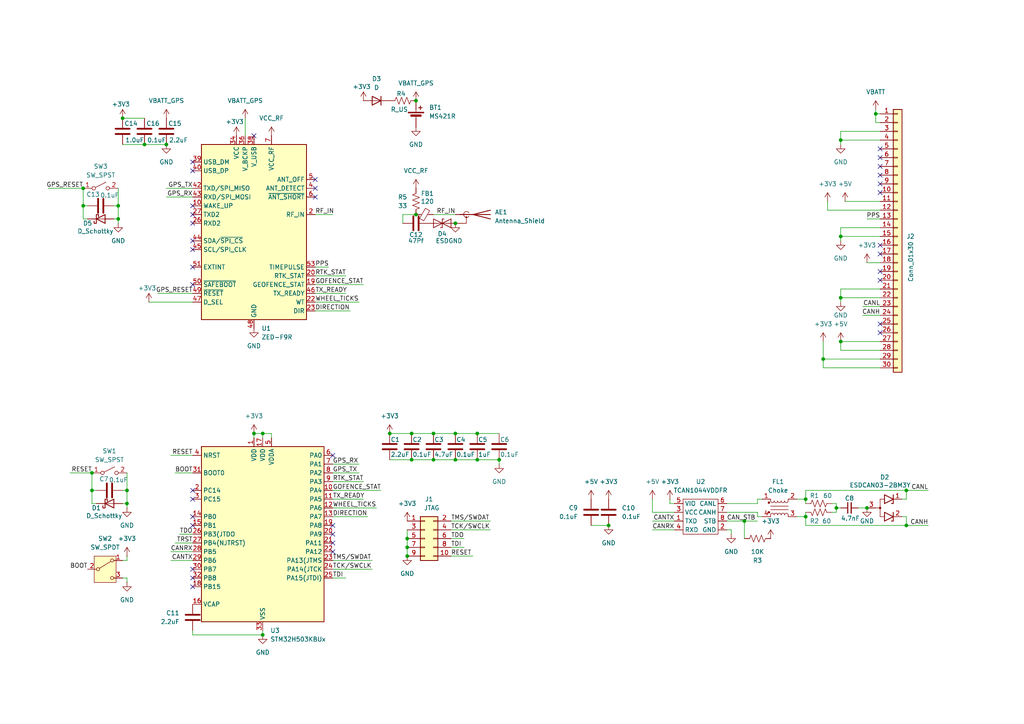
<source format=kicad_sch>
(kicad_sch (version 20231120) (generator "eeschema") (generator_version "8.0")
  (paper "A4")
  (title_block (title "Blaze GPS") (date "2024-09-23") (rev "1") (company "UCSC Rocket Team") (comment 1 "Designed by Julian Barbera"))
  (lib_symbols
    (symbol "Blaze_Lib:TCAN1044"
      (property "Reference" "U" (at 0 8.636 0))
      (property "Value" "TCAN1044VDDFR" (at -0.254 6.604 0))
      (symbol "TCAN1044_0_0"
        (pin output line (at -7.62 -1.27 0) (length 2.54) (name "TXD") (number "1"))
        (pin passive line (at 7.62 -3.81 180) (length 2.54) (name "GND") (number "2"))
        (pin power_in line (at -7.62 1.27 0) (length 2.54) (name "VCC") (number "3"))
        (pin input line (at -7.62 -3.81 0) (length 2.54) (name "RXD") (number "4"))
        (pin power_in line (at -7.62 3.81 0) (length 2.54) (name "VIO") (number "5"))
        (pin bidirectional line (at 7.62 3.81 180) (length 2.54) (name "CANL") (number "6"))
        (pin bidirectional line (at 7.62 1.27 180) (length 2.54) (name "CANH") (number "7"))
        (pin input line (at 7.62 -1.27 180) (length 2.54) (name "STB") (number "8"))
      )
    )
    (symbol "Blaze_Lib:ZED-F9R"
      (property "Reference" "U" (at -13.97 26.67 0))
      (property "Value" "ZED-F9R" (at 11.43 26.67 0))
      (symbol "ZED-F9R_1_1"
        (pin passive line (at 0 -27.94 90) (length 2.54) hide (name "GND") (number "1"))
        (pin output line (at -17.78 7.62 0) (length 2.54) (name "WAKE_UP") (number "10"))
        (pin no_connect line (at -15.24 0 0) (length 2.54) hide (name "Reserved") (number "11"))
        (pin passive line (at 0 -27.94 90) (length 2.54) hide (name "GND") (number "12"))
        (pin no_connect line (at -15.24 -7.62 0) (length 2.54) hide (name "Reserved") (number "13"))
        (pin passive line (at 0 -27.94 90) (length 2.54) hide (name "GND") (number "14"))
        (pin no_connect line (at -15.24 -12.7 0) (length 2.54) hide (name "Reserved") (number "15"))
        (pin no_connect line (at -7.62 -25.4 90) (length 2.54) hide (name "Reserved") (number "16"))
        (pin no_connect line (at -5.08 -25.4 90) (length 2.54) hide (name "Reserved") (number "17"))
        (pin no_connect line (at -2.54 -25.4 90) (length 2.54) hide (name "Reserved") (number "18"))
        (pin output line (at 17.78 -15.24 180) (length 2.54) (name "GEOFENCE_STAT") (number "19"))
        (pin input line (at 17.78 5.08 180) (length 2.54) (name "RF_IN") (number "2"))
        (pin output line (at 17.78 -12.7 180) (length 2.54) (name "RTK_STAT") (number "20"))
        (pin no_connect line (at 2.54 -25.4 90) (length 2.54) hide (name "Reserved") (number "21"))
        (pin input line (at 17.78 -20.32 180) (length 2.54) (name "WT") (number "22"))
        (pin input line (at 17.78 -22.86 180) (length 2.54) (name "DIR") (number "23"))
        (pin no_connect line (at 15.24 -7.62 180) (length 2.54) hide (name "Reserved") (number "24"))
        (pin no_connect line (at 15.24 -5.08 180) (length 2.54) hide (name "Reserved") (number "25"))
        (pin input line (at -17.78 2.54 0) (length 2.54) (name "RXD2") (number "26"))
        (pin output line (at -17.78 5.08 0) (length 2.54) (name "TXD2") (number "27"))
        (pin no_connect line (at 15.24 -2.54 180) (length 2.54) hide (name "Reserved") (number "28"))
        (pin no_connect line (at 15.24 0 180) (length 2.54) hide (name "Reserved") (number "29"))
        (pin passive line (at 0 -27.94 90) (length 2.54) hide (name "GND") (number "3"))
        (pin no_connect line (at 15.24 2.54 180) (length 2.54) hide (name "Reserved") (number "30"))
        (pin no_connect line (at 15.24 7.62 180) (length 2.54) hide (name "Reserved") (number "31"))
        (pin passive line (at 0 -27.94 90) (length 2.54) hide (name "GND") (number "32"))
        (pin passive line (at -5.08 27.94 270) (length 2.54) hide (name "VCC") (number "33"))
        (pin power_in line (at -5.08 27.94 270) (length 2.54) (name "VCC") (number "34"))
        (pin no_connect line (at 15.24 17.78 180) (length 2.54) hide (name "Reserved") (number "35"))
        (pin power_in line (at -2.54 27.94 270) (length 2.54) (name "V_BCKP") (number "36"))
        (pin passive line (at 0 -27.94 90) (length 2.54) hide (name "GND") (number "37"))
        (pin power_in line (at 0 27.94 270) (length 2.54) (name "V_USB") (number "38"))
        (pin bidirectional line (at -17.78 20.32 0) (length 2.54) (name "USB_DM") (number "39"))
        (pin input line (at 17.78 12.7 180) (length 2.54) (name "ANT_DETECT") (number "4"))
        (pin bidirectional line (at -17.78 17.78 0) (length 2.54) (name "USB_DP") (number "40"))
        (pin passive line (at 0 -27.94 90) (length 2.54) hide (name "GND") (number "41"))
        (pin output line (at -17.78 12.7 0) (length 2.54) (name "TXD/SPI_MISO") (number "42"))
        (pin input line (at -17.78 10.16 0) (length 2.54) (name "RXD/SPI_MOSI") (number "43"))
        (pin bidirectional line (at -17.78 -2.54 0) (length 2.54) (name "SDA/~{SPI_CS}") (number "44"))
        (pin bidirectional line (at -17.78 -5.08 0) (length 2.54) (name "SCL/SPI_CLK") (number "45"))
        (pin output line (at 17.78 -17.78 180) (length 2.54) (name "TX_READY") (number "46"))
        (pin input line (at -17.78 -20.32 0) (length 2.54) (name "D_SEL") (number "47"))
        (pin power_in line (at 0 -27.94 90) (length 2.54) (name "GND") (number "48"))
        (pin input line (at -17.78 -17.78 0) (length 2.54) (name "~{RESET}") (number "49"))
        (pin output line (at 17.78 15.24 180) (length 2.54) (name "ANT_OFF") (number "5"))
        (pin input line (at -17.78 -15.24 0) (length 2.54) (name "~{SAFEBOOT}") (number "50"))
        (pin input line (at -17.78 -10.16 0) (length 2.54) (name "EXTINT") (number "51"))
        (pin no_connect line (at 15.24 20.32 180) (length 2.54) hide (name "Reserved") (number "52"))
        (pin output line (at 17.78 -10.16 180) (length 2.54) (name "TIMEPULSE") (number "53"))
        (pin no_connect line (at 15.24 22.86 180) (length 2.54) hide (name "Reserved") (number "54"))
        (pin passive line (at 0 -27.94 90) (length 2.54) hide (name "GND") (number "55"))
        (pin input line (at 17.78 10.16 180) (length 2.54) (name "~{ANT_SHORT}") (number "6"))
        (pin power_out line (at 5.08 27.94 270) (length 2.54) (name "VCC_RF") (number "7"))
        (pin no_connect line (at -15.24 22.86 0) (length 2.54) hide (name "Reserved") (number "8"))
        (pin no_connect line (at -15.24 15.24 0) (length 2.54) hide (name "Reserved") (number "9"))
      )
    )
    (symbol "Connector_Generic:Conn_01x30" (pin_names (offset 1.016) hide)
      (property "Reference" "J" (at 0 38.1 0))
      (property "Value" "Conn_01x30" (at 0 -40.64 0))
      (symbol "Conn_01x30_1_1"
        (pin passive line (at -5.08 35.56 0) (length 3.81) (name "Pin_1") (number "1"))
        (pin passive line (at -5.08 12.7 0) (length 3.81) (name "Pin_10") (number "10"))
        (pin passive line (at -5.08 10.16 0) (length 3.81) (name "Pin_11") (number "11"))
        (pin passive line (at -5.08 7.62 0) (length 3.81) (name "Pin_12") (number "12"))
        (pin passive line (at -5.08 5.08 0) (length 3.81) (name "Pin_13") (number "13"))
        (pin passive line (at -5.08 2.54 0) (length 3.81) (name "Pin_14") (number "14"))
        (pin passive line (at -5.08 0 0) (length 3.81) (name "Pin_15") (number "15"))
        (pin passive line (at -5.08 -2.54 0) (length 3.81) (name "Pin_16") (number "16"))
        (pin passive line (at -5.08 -5.08 0) (length 3.81) (name "Pin_17") (number "17"))
        (pin passive line (at -5.08 -7.62 0) (length 3.81) (name "Pin_18") (number "18"))
        (pin passive line (at -5.08 -10.16 0) (length 3.81) (name "Pin_19") (number "19"))
        (pin passive line (at -5.08 33.02 0) (length 3.81) (name "Pin_2") (number "2"))
        (pin passive line (at -5.08 -12.7 0) (length 3.81) (name "Pin_20") (number "20"))
        (pin passive line (at -5.08 -15.24 0) (length 3.81) (name "Pin_21") (number "21"))
        (pin passive line (at -5.08 -17.78 0) (length 3.81) (name "Pin_22") (number "22"))
        (pin passive line (at -5.08 -20.32 0) (length 3.81) (name "Pin_23") (number "23"))
        (pin passive line (at -5.08 -22.86 0) (length 3.81) (name "Pin_24") (number "24"))
        (pin passive line (at -5.08 -25.4 0) (length 3.81) (name "Pin_25") (number "25"))
        (pin passive line (at -5.08 -27.94 0) (length 3.81) (name "Pin_26") (number "26"))
        (pin passive line (at -5.08 -30.48 0) (length 3.81) (name "Pin_27") (number "27"))
        (pin passive line (at -5.08 -33.02 0) (length 3.81) (name "Pin_28") (number "28"))
        (pin passive line (at -5.08 -35.56 0) (length 3.81) (name "Pin_29") (number "29"))
        (pin passive line (at -5.08 30.48 0) (length 3.81) (name "Pin_3") (number "3"))
        (pin passive line (at -5.08 -38.1 0) (length 3.81) (name "Pin_30") (number "30"))
        (pin passive line (at -5.08 27.94 0) (length 3.81) (name "Pin_4") (number "4"))
        (pin passive line (at -5.08 25.4 0) (length 3.81) (name "Pin_5") (number "5"))
        (pin passive line (at -5.08 22.86 0) (length 3.81) (name "Pin_6") (number "6"))
        (pin passive line (at -5.08 20.32 0) (length 3.81) (name "Pin_7") (number "7"))
        (pin passive line (at -5.08 17.78 0) (length 3.81) (name "Pin_8") (number "8"))
        (pin passive line (at -5.08 15.24 0) (length 3.81) (name "Pin_9") (number "9"))
      )
    )
    (symbol "Connector_Generic:Conn_02x05_Odd_Even" (pin_names (offset 1.016) hide)
      (property "Reference" "J" (at 1.27 7.62 0))
      (property "Value" "Conn_02x05_Odd_Even" (at 1.27 -7.62 0))
      (symbol "Conn_02x05_Odd_Even_1_1"
        (pin passive line (at -5.08 5.08 0) (length 3.81) (name "Pin_1") (number "1"))
        (pin passive line (at 7.62 -5.08 180) (length 3.81) (name "Pin_10") (number "10"))
        (pin passive line (at 7.62 5.08 180) (length 3.81) (name "Pin_2") (number "2"))
        (pin passive line (at -5.08 2.54 0) (length 3.81) (name "Pin_3") (number "3"))
        (pin passive line (at 7.62 2.54 180) (length 3.81) (name "Pin_4") (number "4"))
        (pin passive line (at -5.08 0 0) (length 3.81) (name "Pin_5") (number "5"))
        (pin passive line (at 7.62 0 180) (length 3.81) (name "Pin_6") (number "6"))
        (pin passive line (at -5.08 -2.54 0) (length 3.81) (name "Pin_7") (number "7"))
        (pin passive line (at 7.62 -2.54 180) (length 3.81) (name "Pin_8") (number "8"))
        (pin passive line (at -5.08 -5.08 0) (length 3.81) (name "Pin_9") (number "9"))
      )
    )
    (symbol "Device:Antenna_Shield" (pin_numbers hide) (pin_names (offset 1.016) hide)
      (property "Reference" "AE" (at -1.905 4.445 0))
      (property "Value" "Antenna_Shield" (at -1.905 2.54 0))
      (symbol "Antenna_Shield_1_1"
        (pin input line (at 0 -5.08 90) (length 2.54) (name "A") (number "1"))
        (pin input line (at 2.54 -5.08 90) (length 2.54) (name "Shield") (number "2"))
      )
    )
    (symbol "Device:Battery_Cell" (pin_numbers hide) (pin_names (offset 0) hide)
      (property "Reference" "BT" (at 2.54 2.54 0))
      (property "Value" "Battery_Cell" (at 2.54 0 0))
      (symbol "Battery_Cell_1_1"
        (pin passive line (at 0 5.08 270) (length 2.54) (name "+") (number "1"))
        (pin passive line (at 0 -2.54 90) (length 2.54) (name "-") (number "2"))
      )
    )
    (symbol "Device:C" (pin_numbers hide) (pin_names (offset 0.254))
      (property "Reference" "C" (at 0.635 2.54 0))
      (property "Value" "C" (at 0.635 -2.54 0))
      (symbol "C_1_1"
        (pin passive line (at 0 3.81 270) (length 2.794) (name "~") (number "1"))
        (pin passive line (at 0 -3.81 90) (length 2.794) (name "~") (number "2"))
      )
    )
    (symbol "Device:C_Small" (pin_numbers hide) (pin_names (offset 0.254) hide)
      (property "Reference" "C" (at 0.254 1.778 0))
      (property "Value" "C_Small" (at 0.254 -2.032 0))
      (symbol "C_Small_1_1"
        (pin passive line (at 0 2.54 270) (length 2.032) (name "~") (number "1"))
        (pin passive line (at 0 -2.54 90) (length 2.032) (name "~") (number "2"))
      )
    )
    (symbol "Device:D" (pin_numbers hide) (pin_names (offset 1.016) hide)
      (property "Reference" "D" (at 0 2.54 0))
      (property "Value" "D" (at 0 -2.54 0))
      (symbol "D_1_1"
        (pin passive line (at -3.81 0 0) (length 2.54) (name "K") (number "1"))
        (pin passive line (at 3.81 0 180) (length 2.54) (name "A") (number "2"))
      )
    )
    (symbol "Device:D_Schottky" (pin_numbers hide) (pin_names (offset 1.016) hide)
      (property "Reference" "D" (at 0 2.54 0))
      (property "Value" "D_Schottky" (at 0 -2.54 0))
      (symbol "D_Schottky_1_1"
        (pin passive line (at -3.81 0 0) (length 2.54) (name "K") (number "1"))
        (pin passive line (at 3.81 0 180) (length 2.54) (name "A") (number "2"))
      )
    )
    (symbol "Device:FerriteBead_Small" (pin_numbers hide) (pin_names (offset 0))
      (property "Reference" "FB" (at 1.905 1.27 0))
      (property "Value" "FerriteBead_Small" (at 1.905 -1.27 0))
      (symbol "FerriteBead_Small_1_1"
        (pin passive line (at 0 2.54 270) (length 1.27) (name "~") (number "1"))
        (pin passive line (at 0 -2.54 90) (length 1.27) (name "~") (number "2"))
      )
    )
    (symbol "Device:R_US" (pin_numbers hide) (pin_names (offset 0))
      (property "Reference" "R" (at 2.54 0 90))
      (property "Value" "R_US" (at -2.54 0 90))
      (symbol "R_US_1_1"
        (pin passive line (at 0 3.81 270) (length 1.27) (name "~") (number "1"))
        (pin passive line (at 0 -3.81 90) (length 1.27) (name "~") (number "2"))
      )
    )
    (symbol "Diode:ESD9B3.3ST5G" (pin_numbers hide) (pin_names (offset 1.016) hide)
      (property "Reference" "D" (at 0 2.54 0))
      (property "Value" "ESD9B3.3ST5G" (at 0 -2.54 0))
      (symbol "ESD9B3.3ST5G_1_1"
        (pin passive line (at -3.81 0 0) (length 2.54) (name "A1") (number "1"))
        (pin passive line (at 3.81 0 180) (length 2.54) (name "A2") (number "2"))
      )
    )
    (symbol "Filter:Choke_Coilcraft_0603USB-142" (pin_names (offset 0.254) hide)
      (property "Reference" "FL" (at 0 4.445 0))
      (property "Value" "Choke_Coilcraft_0603USB-142" (at 0 -4.445 0))
      (symbol "Choke_Coilcraft_0603USB-142_1_1"
        (pin passive line (at -5.08 2.54 0) (length 2.54) (name "1") (number "1"))
        (pin passive line (at 5.08 2.54 180) (length 2.54) (name "2") (number "2"))
        (pin passive line (at 5.08 -2.54 180) (length 2.54) (name "3") (number "3"))
        (pin passive line (at -5.08 -2.54 0) (length 2.54) (name "4") (number "4"))
      )
    )
    (symbol "MCU_ST_STM32H5:STM32H503KBUx"
      (property "Reference" "U" (at -17.78 26.67 0))
      (property "Value" "STM32H503KBUx" (at 5.08 26.67 0))
      (symbol "STM32H503KBUx_1_1"
        (pin power_in line (at -2.54 27.94 270) (length 2.54) (name "VDD") (number "1"))
        (pin bidirectional line (at 20.32 12.7 180) (length 2.54) (name "PA4") (number "10"))
        (pin bidirectional line (at 20.32 10.16 180) (length 2.54) (name "PA5") (number "11"))
        (pin bidirectional line (at 20.32 7.62 180) (length 2.54) (name "PA6") (number "12"))
        (pin bidirectional line (at 20.32 5.08 180) (length 2.54) (name "PA7") (number "13"))
        (pin bidirectional line (at -20.32 5.08 0) (length 2.54) (name "PB0") (number "14"))
        (pin bidirectional line (at -20.32 2.54 0) (length 2.54) (name "PB1") (number "15"))
        (pin power_out line (at -20.32 -20.32 0) (length 2.54) (name "VCAP") (number "16"))
        (pin power_in line (at 0 27.94 270) (length 2.54) (name "VDD") (number "17"))
        (pin bidirectional line (at -20.32 -15.24 0) (length 2.54) (name "PB15") (number "18"))
        (pin bidirectional line (at 20.32 2.54 180) (length 2.54) (name "PA8") (number "19"))
        (pin bidirectional line (at -20.32 12.7 0) (length 2.54) (name "PC14") (number "2"))
        (pin bidirectional line (at 20.32 0 180) (length 2.54) (name "PA9") (number "20"))
        (pin bidirectional line (at 20.32 -2.54 180) (length 2.54) (name "PA11") (number "21"))
        (pin bidirectional line (at 20.32 -5.08 180) (length 2.54) (name "PA12") (number "22"))
        (pin bidirectional line (at 20.32 -7.62 180) (length 2.54) (name "PA13(JTMS") (number "23"))
        (pin bidirectional line (at 20.32 -10.16 180) (length 2.54) (name "PA14(JTCK") (number "24"))
        (pin bidirectional line (at 20.32 -12.7 180) (length 2.54) (name "PA15(JTDI)") (number "25"))
        (pin bidirectional line (at -20.32 0 0) (length 2.54) (name "PB3(JTDO") (number "26"))
        (pin bidirectional line (at -20.32 -2.54 0) (length 2.54) (name "PB4(NJTRST)") (number "27"))
        (pin bidirectional line (at -20.32 -5.08 0) (length 2.54) (name "PB5") (number "28"))
        (pin bidirectional line (at -20.32 -7.62 0) (length 2.54) (name "PB6") (number "29"))
        (pin bidirectional line (at -20.32 10.16 0) (length 2.54) (name "PC15") (number "3"))
        (pin bidirectional line (at -20.32 -10.16 0) (length 2.54) (name "PB7") (number "30"))
        (pin input line (at -20.32 17.78 0) (length 2.54) (name "BOOT0") (number "31"))
        (pin bidirectional line (at -20.32 -12.7 0) (length 2.54) (name "PB8") (number "32"))
        (pin power_in line (at 0 -27.94 90) (length 2.54) (name "VSS") (number "33"))
        (pin input line (at -20.32 22.86 0) (length 2.54) (name "NRST") (number "4"))
        (pin power_in line (at 2.54 27.94 270) (length 2.54) (name "VDDA") (number "5"))
        (pin bidirectional line (at 20.32 22.86 180) (length 2.54) (name "PA0") (number "6"))
        (pin bidirectional line (at 20.32 20.32 180) (length 2.54) (name "PA1") (number "7"))
        (pin bidirectional line (at 20.32 17.78 180) (length 2.54) (name "PA2") (number "8"))
        (pin bidirectional line (at 20.32 15.24 180) (length 2.54) (name "PA3") (number "9"))
      )
    )
    (symbol "Power_Protection:RCLAMP0582B" (pin_names hide)
      (property "Reference" "D" (at 0 5.08 0))
      (property "Value" "RCLAMP0582B" (at 0 -5.08 0))
      (symbol "RCLAMP0582B_0_1"
        (pin passive line (at -5.08 0 0) (length 2.54) (name "A") (number "3"))
      )
      (symbol "RCLAMP0582B_1_1"
        (pin passive line (at 5.08 2.54 180) (length 2.54) (name "K1") (number "1"))
        (pin passive line (at 5.08 -2.54 180) (length 2.54) (name "K2") (number "2"))
      )
    )
    (symbol "Switch:SW_SPDT" (pin_names (offset 0) hide)
      (property "Reference" "SW" (at 0 5.08 0))
      (property "Value" "SW_SPDT" (at 0 -5.08 0))
      (symbol "SW_SPDT_1_1"
        (pin passive line (at 5.08 2.54 180) (length 2.54) (name "A") (number "1"))
        (pin passive line (at -5.08 0 0) (length 2.54) (name "B") (number "2"))
        (pin passive line (at 5.08 -2.54 180) (length 2.54) (name "C") (number "3"))
      )
    )
    (symbol "Switch:SW_SPST" (pin_names (offset 0) hide)
      (property "Reference" "SW" (at 0 3.175 0))
      (property "Value" "SW_SPST" (at 0 -2.54 0))
      (symbol "SW_SPST_1_1"
        (pin passive line (at -5.08 0 0) (length 2.54) (name "A") (number "1"))
        (pin passive line (at 5.08 0 180) (length 2.54) (name "B") (number "2"))
      )
    )
    (symbol "power:+3V3" (power) (pin_numbers hide) (pin_names (offset 0) hide)
      (property "Value" "+3V3" (at 0 3.556 0))
      (symbol "+3V3_1_1"
        (pin power_in line (at 0 0 90) (length 0) (name "~") (number "1"))
      )
    )
    (symbol "power:+5V" (power) (pin_numbers hide) (pin_names (offset 0) hide)
      (property "Value" "+5V" (at 0 3.556 0))
      (symbol "+5V_1_1"
        (pin power_in line (at 0 0 90) (length 0) (name "~") (number "1"))
      )
    )
    (symbol "power:GND" (power) (pin_numbers hide) (pin_names (offset 0) hide)
      (property "Value" "GND" (at 0 -3.81 0))
      (symbol "GND_1_1"
        (pin power_in line (at 0 0 270) (length 0) (name "~") (number "1"))
      )
    )
    (symbol "power:VCC" (power) (pin_numbers hide) (pin_names (offset 0) hide)
      (property "Value" "VCC" (at 0 3.556 0))
      (symbol "VCC_1_1"
        (pin power_in line (at 0 0 90) (length 0) (name "~") (number "1"))
      )
    )
  )
  (junction (at 144.78 133.35))
  (junction (at 24.13 59.69))
  (junction (at 48.26 41.91))
  (junction (at 73.66 125.73))
  (junction (at 132.08 125.73))
  (junction (at 243.84 86.36))
  (junction (at 251.46 147.32))
  (junction (at 176.53 152.4))
  (junction (at 132.08 64.77))
  (junction (at 262.89 152.4))
  (junction (at 125.73 133.35))
  (junction (at 215.9 151.13))
  (junction (at 76.2 184.15))
  (junction (at 262.89 142.24))
  (junction (at 120.65 29.21))
  (junction (at 24.13 54.61))
  (junction (at 238.76 104.14))
  (junction (at 254 33.02))
  (junction (at 113.03 125.73))
  (junction (at 119.38 125.73))
  (junction (at 118.11 161.29))
  (junction (at 26.67 142.24))
  (junction (at 36.83 142.24))
  (junction (at 76.2 125.73))
  (junction (at 34.29 63.5))
  (junction (at 243.84 40.64))
  (junction (at 243.84 99.06))
  (junction (at 34.29 59.69))
  (junction (at 125.73 125.73))
  (junction (at 118.11 156.21))
  (junction (at 26.67 137.16))
  (junction (at 120.65 62.23))
  (junction (at 233.68 149.86))
  (junction (at 138.43 125.73))
  (junction (at 243.84 68.58))
  (junction (at 138.43 133.35))
  (junction (at 233.68 144.78))
  (junction (at 35.56 34.29))
  (junction (at 119.38 133.35))
  (junction (at 41.91 41.91))
  (junction (at 118.11 158.75))
  (junction (at 132.08 133.35))
  (junction (at 36.83 146.05))
  (junction (at 242.57 147.32))
  (no_connect (at 255.27 50.8))
  (no_connect (at 96.52 154.94))
  (no_connect (at 73.66 39.37))
  (no_connect (at 255.27 81.28))
  (no_connect (at 255.27 78.74))
  (no_connect (at 255.27 45.72))
  (no_connect (at 55.88 142.24))
  (no_connect (at 55.88 170.18))
  (no_connect (at 55.88 144.78))
  (no_connect (at 91.44 57.15))
  (no_connect (at 55.88 149.86))
  (no_connect (at 255.27 96.52))
  (no_connect (at 255.27 71.12))
  (no_connect (at 55.88 64.77))
  (no_connect (at 55.88 46.99))
  (no_connect (at 55.88 77.47))
  (no_connect (at 55.88 152.4))
  (no_connect (at 96.52 152.4))
  (no_connect (at 55.88 82.55))
  (no_connect (at 255.27 93.98))
  (no_connect (at 91.44 52.07))
  (no_connect (at 55.88 69.85))
  (no_connect (at 91.44 54.61))
  (no_connect (at 55.88 49.53))
  (no_connect (at 55.88 167.64))
  (no_connect (at 96.52 132.08))
  (no_connect (at 96.52 160.02))
  (no_connect (at 255.27 48.26))
  (no_connect (at 255.27 43.18))
  (no_connect (at 55.88 59.69))
  (no_connect (at 255.27 53.34))
  (no_connect (at 96.52 157.48))
  (no_connect (at 55.88 72.39))
  (no_connect (at 55.88 62.23))
  (no_connect (at 255.27 55.88))
  (no_connect (at 255.27 73.66))
  (no_connect (at 55.88 165.1))
  (wire (pts (xy 34.29 59.69) (xy 34.29 63.5)))
  (wire (pts (xy 243.84 66.04) (xy 243.84 68.58)))
  (wire (pts (xy 261.62 149.86) (xy 262.89 149.86)))
  (wire (pts (xy 243.84 99.06) (xy 243.84 101.6)))
  (wire (pts (xy 34.29 54.61) (xy 34.29 59.69)))
  (wire (pts (xy 219.71 148.59) (xy 219.71 149.86)))
  (wire (pts (xy 36.83 137.16) (xy 36.83 142.24)))
  (wire (pts (xy 91.44 87.63) (xy 104.14 87.63)))
  (wire (pts (xy 26.67 146.05) (xy 27.94 146.05)))
  (wire (pts (xy 91.44 80.01) (xy 100.33 80.01)))
  (wire (pts (xy 20.32 137.16) (xy 26.67 137.16)))
  (wire (pts (xy 73.66 125.73) (xy 73.66 127)))
  (wire (pts (xy 96.52 142.24) (xy 110.49 142.24)))
  (wire (pts (xy 238.76 106.68) (xy 255.27 106.68)))
  (wire (pts (xy 248.92 147.32) (xy 251.46 147.32)))
  (wire (pts (xy 49.53 162.56) (xy 55.88 162.56)))
  (wire (pts (xy 254 33.02) (xy 254 35.56)))
  (wire (pts (xy 238.76 104.14) (xy 255.27 104.14)))
  (wire (pts (xy 49.53 132.08) (xy 55.88 132.08)))
  (wire (pts (xy 243.84 101.6) (xy 255.27 101.6)))
  (wire (pts (xy 36.83 142.24) (xy 35.56 142.24)))
  (wire (pts (xy 91.44 82.55) (xy 105.41 82.55)))
  (wire (pts (xy 91.44 85.09) (xy 100.33 85.09)))
  (wire (pts (xy 118.11 153.67) (xy 118.11 156.21)))
  (wire (pts (xy 132.08 133.35) (xy 138.43 133.35)))
  (wire (pts (xy 119.38 133.35) (xy 125.73 133.35)))
  (wire (pts (xy 243.84 83.82) (xy 243.84 86.36)))
  (wire (pts (xy 55.88 184.15) (xy 76.2 184.15)))
  (wire (pts (xy 125.73 133.35) (xy 132.08 133.35)))
  (wire (pts (xy 241.3 146.05) (xy 242.57 146.05)))
  (wire (pts (xy 24.13 54.61) (xy 24.13 59.69)))
  (wire (pts (xy 243.84 41.91) (xy 243.84 40.64)))
  (wire (pts (xy 210.82 146.05) (xy 219.71 146.05)))
  (wire (pts (xy 130.81 158.75) (xy 134.62 158.75)))
  (wire (pts (xy 215.9 151.13) (xy 215.9 156.21)))
  (wire (pts (xy 250.19 91.44) (xy 255.27 91.44)))
  (wire (pts (xy 262.89 149.86) (xy 262.89 152.4)))
  (wire (pts (xy 194.31 146.05) (xy 195.58 146.05)))
  (wire (pts (xy 219.71 149.86) (xy 220.98 149.86)))
  (wire (pts (xy 212.09 153.67) (xy 210.82 153.67)))
  (wire (pts (xy 24.13 59.69) (xy 25.4 59.69)))
  (wire (pts (xy 242.57 148.59) (xy 242.57 147.32)))
  (wire (pts (xy 48.26 57.15) (xy 55.88 57.15)))
  (wire (pts (xy 243.84 99.06) (xy 255.27 99.06)))
  (wire (pts (xy 34.29 63.5) (xy 33.02 63.5)))
  (wire (pts (xy 241.3 148.59) (xy 242.57 148.59)))
  (wire (pts (xy 215.9 151.13) (xy 219.71 151.13)))
  (wire (pts (xy 243.84 66.04) (xy 255.27 66.04)))
  (wire (pts (xy 125.73 62.23) (xy 132.08 62.23)))
  (wire (pts (xy 55.88 182.88) (xy 55.88 184.15)))
  (wire (pts (xy 243.84 68.58) (xy 255.27 68.58)))
  (wire (pts (xy 34.29 63.5) (xy 34.29 64.77)))
  (wire (pts (xy 250.19 88.9) (xy 255.27 88.9)))
  (wire (pts (xy 210.82 151.13) (xy 215.9 151.13)))
  (wire (pts (xy 245.11 58.42) (xy 255.27 58.42)))
  (wire (pts (xy 119.38 125.73) (xy 125.73 125.73)))
  (wire (pts (xy 130.81 161.29) (xy 137.16 161.29)))
  (wire (pts (xy 36.83 167.64) (xy 36.83 168.91)))
  (wire (pts (xy 76.2 125.73) (xy 78.74 125.73)))
  (wire (pts (xy 132.08 125.73) (xy 138.43 125.73)))
  (wire (pts (xy 26.67 142.24) (xy 27.94 142.24)))
  (wire (pts (xy 144.78 133.35) (xy 138.43 133.35)))
  (wire (pts (xy 240.03 58.42) (xy 240.03 60.96)))
  (wire (pts (xy 233.68 149.86) (xy 233.68 148.59)))
  (wire (pts (xy 233.68 149.86) (xy 233.68 152.4)))
  (wire (pts (xy 36.83 146.05) (xy 35.56 146.05)))
  (wire (pts (xy 73.66 125.73) (xy 76.2 125.73)))
  (wire (pts (xy 238.76 104.14) (xy 238.76 106.68)))
  (wire (pts (xy 91.44 77.47) (xy 95.25 77.47)))
  (wire (pts (xy 52.07 154.94) (xy 55.88 154.94)))
  (wire (pts (xy 45.72 85.09) (xy 55.88 85.09)))
  (wire (pts (xy 251.46 76.2) (xy 255.27 76.2)))
  (wire (pts (xy 50.8 157.48) (xy 55.88 157.48)))
  (wire (pts (xy 36.83 142.24) (xy 36.83 146.05)))
  (wire (pts (xy 254 33.02) (xy 255.27 33.02)))
  (wire (pts (xy 254 35.56) (xy 255.27 35.56)))
  (wire (pts (xy 233.68 144.78) (xy 233.68 142.24)))
  (wire (pts (xy 49.53 160.02) (xy 55.88 160.02)))
  (wire (pts (xy 233.68 144.78) (xy 233.68 146.05)))
  (wire (pts (xy 50.8 137.16) (xy 55.88 137.16)))
  (wire (pts (xy 243.84 40.64) (xy 255.27 40.64)))
  (wire (pts (xy 76.2 184.15) (xy 76.2 182.88)))
  (wire (pts (xy 34.29 59.69) (xy 33.02 59.69)))
  (wire (pts (xy 41.91 41.91) (xy 48.26 41.91)))
  (wire (pts (xy 76.2 125.73) (xy 76.2 127)))
  (wire (pts (xy 26.67 137.16) (xy 26.67 142.24)))
  (wire (pts (xy 35.56 34.29) (xy 41.91 34.29)))
  (wire (pts (xy 48.26 54.61) (xy 55.88 54.61)))
  (wire (pts (xy 96.52 139.7) (xy 105.41 139.7)))
  (wire (pts (xy 24.13 63.5) (xy 25.4 63.5)))
  (wire (pts (xy 189.23 148.59) (xy 189.23 144.78)))
  (wire (pts (xy 118.11 158.75) (xy 118.11 161.29)))
  (wire (pts (xy 36.83 162.56) (xy 35.56 162.56)))
  (wire (pts (xy 219.71 144.78) (xy 220.98 144.78)))
  (wire (pts (xy 91.44 90.17) (xy 101.6 90.17)))
  (wire (pts (xy 78.74 125.73) (xy 78.74 127)))
  (wire (pts (xy 243.84 68.58) (xy 243.84 69.85)))
  (wire (pts (xy 243.84 86.36) (xy 255.27 86.36)))
  (wire (pts (xy 36.83 161.29) (xy 36.83 162.56)))
  (wire (pts (xy 113.03 125.73) (xy 119.38 125.73)))
  (wire (pts (xy 91.44 62.23) (xy 96.52 62.23)))
  (wire (pts (xy 144.78 134.62) (xy 144.78 133.35)))
  (wire (pts (xy 130.81 153.67) (xy 142.24 153.67)))
  (wire (pts (xy 233.68 142.24) (xy 262.89 142.24)))
  (wire (pts (xy 195.58 148.59) (xy 189.23 148.59)))
  (wire (pts (xy 113.03 133.35) (xy 119.38 133.35)))
  (wire (pts (xy 96.52 144.78) (xy 105.41 144.78)))
  (wire (pts (xy 189.23 153.67) (xy 195.58 153.67)))
  (wire (pts (xy 130.81 156.21) (xy 134.62 156.21)))
  (wire (pts (xy 138.43 125.73) (xy 144.78 125.73)))
  (wire (pts (xy 189.23 151.13) (xy 195.58 151.13)))
  (wire (pts (xy 96.52 167.64) (xy 100.33 167.64)))
  (wire (pts (xy 96.52 165.1) (xy 107.95 165.1)))
  (wire (pts (xy 35.56 41.91) (xy 41.91 41.91)))
  (wire (pts (xy 120.65 62.23) (xy 116.84 62.23)))
  (wire (pts (xy 118.11 156.21) (xy 118.11 158.75)))
  (wire (pts (xy 26.67 142.24) (xy 26.67 146.05)))
  (wire (pts (xy 36.83 167.64) (xy 35.56 167.64)))
  (wire (pts (xy 125.73 125.73) (xy 132.08 125.73)))
  (wire (pts (xy 262.89 144.78) (xy 262.89 142.24)))
  (wire (pts (xy 243.84 83.82) (xy 255.27 83.82)))
  (wire (pts (xy 116.84 62.23) (xy 116.84 64.77)))
  (wire (pts (xy 96.52 137.16) (xy 104.14 137.16)))
  (wire (pts (xy 261.62 144.78) (xy 262.89 144.78)))
  (wire (pts (xy 233.68 152.4) (xy 262.89 152.4)))
  (wire (pts (xy 243.84 86.36) (xy 243.84 87.63)))
  (wire (pts (xy 231.14 144.78) (xy 233.68 144.78)))
  (wire (pts (xy 36.83 146.05) (xy 36.83 147.32)))
  (wire (pts (xy 231.14 149.86) (xy 233.68 149.86)))
  (wire (pts (xy 96.52 149.86) (xy 106.68 149.86)))
  (wire (pts (xy 96.52 134.62) (xy 104.14 134.62)))
  (wire (pts (xy 242.57 147.32) (xy 243.84 147.32)))
  (wire (pts (xy 242.57 146.05) (xy 242.57 147.32)))
  (wire (pts (xy 210.82 148.59) (xy 219.71 148.59)))
  (wire (pts (xy 96.52 162.56) (xy 107.95 162.56)))
  (wire (pts (xy 96.52 147.32) (xy 109.22 147.32)))
  (wire (pts (xy 13.97 54.61) (xy 24.13 54.61)))
  (wire (pts (xy 130.81 151.13) (xy 142.24 151.13)))
  (wire (pts (xy 240.03 60.96) (xy 255.27 60.96)))
  (wire (pts (xy 255.27 38.1) (xy 243.84 38.1)))
  (wire (pts (xy 71.12 34.29) (xy 71.12 39.37)))
  (wire (pts (xy 238.76 99.06) (xy 238.76 104.14)))
  (wire (pts (xy 43.18 87.63) (xy 55.88 87.63)))
  (wire (pts (xy 24.13 59.69) (xy 24.13 63.5)))
  (wire (pts (xy 212.09 154.94) (xy 212.09 153.67)))
  (wire (pts (xy 251.46 63.5) (xy 255.27 63.5)))
  (wire (pts (xy 262.89 142.24) (xy 269.24 142.24)))
  (wire (pts (xy 243.84 38.1) (xy 243.84 40.64)))
  (wire (pts (xy 219.71 146.05) (xy 219.71 144.78)))
  (wire (pts (xy 194.31 144.78) (xy 194.31 146.05)))
  (wire (pts (xy 171.45 152.4) (xy 176.53 152.4)))
  (wire (pts (xy 254 31.75) (xy 254 33.02)))
  (wire (pts (xy 262.89 152.4) (xy 269.24 152.4)))
  (label "PPS" (at 255.27 63.5 180))
  (label "CANH" (at 255.27 91.44 180))
  (label "TMS{slash}SWDAT" (at 96.52 162.56 0))
  (label "GOFENCE_STAT" (at 96.52 142.24 0))
  (label "CANTX" (at 195.58 151.13 180))
  (label "TDI" (at 96.52 167.64 0))
  (label "TX_READY" (at 91.44 85.09 0))
  (label "BOOT" (at 25.4 165.1 180))
  (label "WHEEL_TICKS" (at 91.44 87.63 0))
  (label "CAN_STB" (at 210.82 151.13 0))
  (label "CANTX" (at 55.88 162.56 180))
  (label "TDO" (at 130.81 156.21 0))
  (label "DIRECTION" (at 91.44 90.17 0))
  (label "BOOT" (at 55.88 137.16 180))
  (label "RTK_STAT" (at 91.44 80.01 0))
  (label "GPS_RESET" (at 24.13 54.61 180))
  (label "TX_READY" (at 96.52 144.78 0))
  (label "CANL" (at 269.24 142.24 180))
  (label "CANH" (at 269.24 152.4 180))
  (label "RF_IN" (at 132.08 62.23 180))
  (label "TRST" (at 55.88 157.48 180))
  (label "CANL" (at 255.27 88.9 180))
  (label "TDO" (at 55.88 154.94 180))
  (label "GPS_TX" (at 55.88 54.61 180))
  (label "GPS_RESET" (at 55.88 85.09 180))
  (label "TMS{slash}SWDAT" (at 130.81 151.13 0))
  (label "TDI" (at 130.81 158.75 0))
  (label "CANRX" (at 195.58 153.67 180))
  (label "GOFENCE_STAT" (at 91.44 82.55 0))
  (label "DIRECTION" (at 96.52 149.86 0))
  (label "RESET" (at 55.88 132.08 180))
  (label "WHEEL_TICKS" (at 96.52 147.32 0))
  (label "PPS" (at 91.44 77.47 0))
  (label "RESET" (at 130.81 161.29 0))
  (label "CANRX" (at 55.88 160.02 180))
  (label "TCK{slash}SWCLK" (at 96.52 165.1 0))
  (label "RF_IN" (at 91.44 62.23 0))
  (label "GPS_RX" (at 96.52 134.62 0))
  (label "GPS_TX" (at 96.52 137.16 0))
  (label "TCK{slash}SWCLK" (at 130.81 153.67 0))
  (label "RTK_STAT" (at 96.52 139.7 0))
  (label "RESET" (at 26.67 137.16 180))
  (label "GPS_RX" (at 55.88 57.15 180))
  (symbol (lib_id "power:+3V3") (at 113.03 125.73 0) (unit 1)
    (property "Reference" "#PWR02" (effects (hide yes)))
    (property "Value" "+3V3" (at 113.03 120.65 0))
    (property "Description" "Power symbol creates a global label with name \"+3V3\"" (effects (hide yes)))
  )
  (symbol (lib_id "power:+3V3") (at 68.58 39.37 0) (unit 1)
    (property "Reference" "#PWR018" (effects (hide yes)))
    (property "Value" "+3V3" (at 68.072 35.306 0))
    (property "Description" "Power symbol creates a global label with name \"+3V3\"" (effects (hide yes)))
  )
  (symbol (lib_id "power:+3V3") (at 194.31 144.78 0) (unit 1)
    (property "Reference" "#PWR07" (effects (hide yes)))
    (property "Value" "+3V3" (at 194.31 139.7 0))
    (property "Description" "Power symbol creates a global label with name \"+3V3\"" (effects (hide yes)))
  )
  (symbol (lib_id "Device:C") (at 113.03 129.54 0) (unit 1)
    (property "Reference" "C1" (at 113.284 127.508 0) (effects (justify left)))
    (property "Value" "2.2uF" (at 113.284 131.826 0) (effects (justify left)))
    (property "Description" "Unpolarized capacitor" (effects (hide yes)))
  )
  (symbol (lib_id "Device:C") (at 31.75 142.24 90) (unit 1)
    (property "Reference" "C7" (at 31.496 138.938 90) (effects (justify left)))
    (property "Value" "0.1uF" (at 37.084 139.192 90) (effects (justify left)))
    (property "Description" "Unpolarized capacitor" (effects (hide yes)))
  )
  (symbol (lib_id "Device:D") (at 109.22 29.21 180) (unit 1)
    (property "Reference" "D3" (at 109.22 22.86 0))
    (property "Value" "D" (at 109.22 25.4 0))
    (property "Description" "Diode" (effects (hide yes)))
    (property "Sim.Device" "D" (effects (hide yes)))
    (property "Sim.Pins" "1=K 2=A" (effects (hide yes)))
  )
  (symbol (lib_id "Device:R_US") (at 116.84 29.21 270) (unit 1)
    (property "Reference" "R4" (at 116.332 27.178 90))
    (property "Value" "R_US" (at 115.824 31.75 90))
    (property "Description" "Resistor, US symbol" (effects (hide yes)))
  )
  (symbol (lib_id "power:+3V3") (at 43.18 87.63 0) (unit 1)
    (property "Reference" "#PWR027" (effects (hide yes)))
    (property "Value" "+3V3" (at 42.672 83.566 0))
    (property "Description" "Power symbol creates a global label with name \"+3V3\"" (effects (hide yes)))
  )
  (symbol (lib_id "Device:R_US") (at 120.65 58.42 0) (mirror x) (unit 1)
    (property "Reference" "R5" (at 118.11 57.1499 0) (effects (justify right)))
    (property "Value" "33" (at 118.11 59.6899 0) (effects (justify right)))
    (property "Description" "Resistor, US symbol" (effects (hide yes)))
  )
  (symbol (lib_id "Device:D_Schottky") (at 31.75 146.05 0) (mirror x) (unit 1)
    (property "Reference" "D1" (at 27.94 147.32 0))
    (property "Value" "D_Schottky" (at 30.226 149.606 0))
    (property "Description" "Schottky diode" (effects (hide yes)))
  )
  (symbol (lib_id "power:GND") (at 76.2 184.15 0) (unit 1)
    (property "Reference" "#PWR017" (effects (hide yes)))
    (property "Value" "GND" (at 76.2 189.23 0))
    (property "Description" "Power symbol creates a global label with name \"GND\" , ground" (effects (hide yes)))
  )
  (symbol (lib_id "power:+3V3") (at 35.56 34.29 0) (unit 1)
    (property "Reference" "#PWR030" (effects (hide yes)))
    (property "Value" "+3V3" (at 35.052 30.226 0))
    (property "Description" "Power symbol creates a global label with name \"+3V3\"" (effects (hide yes)))
  )
  (symbol (lib_id "Device:C") (at 48.26 38.1 0) (unit 1)
    (property "Reference" "C15" (at 48.768 35.814 0) (effects (justify left)))
    (property "Value" "2.2uF" (at 49.022 40.64 0) (effects (justify left)))
    (property "Description" "Unpolarized capacitor" (effects (hide yes)))
  )
  (symbol (lib_id "power:GND") (at 118.11 161.29 0) (unit 1)
    (property "Reference" "#PWR015" (effects (hide yes)))
    (property "Value" "GND" (at 118.11 166.37 0))
    (property "Description" "Power symbol creates a global label with name \"GND\" , ground" (effects (hide yes)))
  )
  (symbol (lib_id "Device:R_US") (at 237.49 148.59 90) (mirror x) (unit 1)
    (property "Reference" "R2" (at 236.22 151.13 90))
    (property "Value" "60" (at 239.776 151.13 90))
    (property "Description" "Resistor, US symbol" (effects (hide yes)))
  )
  (symbol (lib_id "Device:C") (at 29.21 59.69 90) (unit 1)
    (property "Reference" "C13" (at 28.956 56.388 90) (effects (justify left)))
    (property "Value" "0.1uF" (at 34.544 56.642 90) (effects (justify left)))
    (property "Description" "Unpolarized capacitor" (effects (hide yes)))
  )
  (symbol (lib_id "Switch:SW_SPST") (at 29.21 54.61 0) (unit 1)
    (property "Reference" "SW3" (at 29.21 48.26 0))
    (property "Value" "SW_SPST" (at 29.21 50.8 0))
    (property "Description" "Single Pole Single Throw (SPST) switch" (effects (hide yes)))
  )
  (symbol (lib_id "power:GND") (at 36.83 168.91 0) (unit 1)
    (property "Reference" "#PWR016" (effects (hide yes)))
    (property "Value" "GND" (at 36.83 173.99 0))
    (property "Description" "Power symbol creates a global label with name \"GND\" , ground" (effects (hide yes)))
  )
  (symbol (lib_id "power:+3V3") (at 176.53 144.78 0) (unit 1)
    (property "Reference" "#PWR05" (effects (hide yes)))
    (property "Value" "+3V3" (at 176.53 139.7 0))
    (property "Description" "Power symbol creates a global label with name \"+3V3\"" (effects (hide yes)))
  )
  (symbol (lib_id "Device:C") (at 171.45 148.59 0) (mirror y) (unit 1)
    (property "Reference" "C9" (at 167.64 147.3199 0) (effects (justify left)))
    (property "Value" "0.1uF" (at 167.64 149.8599 0) (effects (justify left)))
    (property "Description" "Unpolarized capacitor" (effects (hide yes)))
  )
  (symbol (lib_id "power:+5V") (at 243.84 99.06 0) (unit 1)
    (property "Reference" "#PWR040" (effects (hide yes)))
    (property "Value" "+5V" (at 243.84 93.98 0))
    (property "Description" "Power symbol creates a global label with name \"+5V\"" (effects (hide yes)))
  )
  (symbol (lib_id "Connector_Generic:Conn_02x05_Odd_Even") (at 123.19 156.21 0) (unit 1)
    (property "Reference" "J1" (at 124.46 144.78 0))
    (property "Value" "JTAG" (at 125.222 147.32 0))
    (property "Description" "Generic connector, double row, 02x05, odd/even pin numbering scheme (row 1 odd numbers, row 2 even numbers), script generated (kicad-library-utils/schlib/autogen/connector/)" (effects (hide yes)))
  )
  (symbol (lib_id "Device:R_US") (at 237.49 146.05 90) (unit 1)
    (property "Reference" "R1" (at 236.22 143.764 90))
    (property "Value" "60" (at 240.03 143.764 90))
    (property "Description" "Resistor, US symbol" (effects (hide yes)))
  )
  (symbol (lib_id "Device:C") (at 176.53 148.59 0) (unit 1)
    (property "Reference" "C10" (at 180.34 147.3199 0) (effects (justify left)))
    (property "Value" "0.1uF" (at 180.34 149.8599 0) (effects (justify left)))
    (property "Description" "Unpolarized capacitor" (effects (hide yes)))
  )
  (symbol (lib_id "power:VCC") (at 120.65 54.61 0) (unit 1)
    (property "Reference" "#PWR025" (effects (hide yes)))
    (property "Value" "VCC_RF" (at 120.65 49.53 0))
    (property "Description" "Power symbol creates a global label with name \"VCC\"" (effects (hide yes)))
  )
  (symbol (lib_id "power:+3V3") (at 73.66 125.73 0) (unit 1)
    (property "Reference" "#PWR01" (effects (hide yes)))
    (property "Value" "+3V3" (at 73.66 120.65 0))
    (property "Description" "Power symbol creates a global label with name \"+3V3\"" (effects (hide yes)))
  )
  (symbol (lib_id "Device:Battery_Cell") (at 120.65 34.29 0) (unit 1)
    (property "Reference" "BT1" (at 124.46 31.1784 0) (effects (justify left)))
    (property "Value" "MS421R" (at 124.46 33.7184 0) (effects (justify left)))
    (property "Description" "Single-cell battery" (effects (hide yes)))
  )
  (symbol (lib_id "Filter:Choke_Coilcraft_0603USB-142") (at 226.06 147.32 0) (unit 1)
    (property "Reference" "FL1" (at 225.679 139.7 0))
    (property "Value" "Choke" (at 225.679 142.24 0))
    (property "Footprint" "Inductor_SMD:L_CommonModeChoke_Coilcraft_0603USB" (effects (hide yes)))
    (property "Datasheet" "https://www.coilcraft.com/pdfs/0603usb.pdf" (effects (hide yes)))
    (property "Description" "Common mode choke, 500mA, 250VAC, 98nH, 174mohm, 1.9Ghz," (effects (hide yes)))
  )
  (symbol (lib_id "power:+5V") (at 240.03 58.42 0) (unit 1)
    (property "Reference" "#PWR034" (effects (hide yes)))
    (property "Value" "+3V3" (at 240.03 53.34 0))
    (property "Description" "Power symbol creates a global label with name \"+5V\"" (effects (hide yes)))
  )
  (symbol (lib_id "power:GND") (at 73.66 95.25 0) (unit 1)
    (property "Reference" "#PWR020" (effects (hide yes)))
    (property "Value" "GND" (at 73.66 100.33 0))
    (property "Description" "Power symbol creates a global label with name \"GND\" , ground" (effects (hide yes)))
  )
  (symbol (lib_id "Device:D_Schottky") (at 29.21 63.5 0) (mirror x) (unit 1)
    (property "Reference" "D5" (at 25.4 64.77 0))
    (property "Value" "D_Schottky" (at 27.686 67.056 0))
    (property "Description" "Schottky diode" (effects (hide yes)))
  )
  (symbol (lib_id "power:+5V") (at 254 31.75 0) (unit 1)
    (property "Reference" "#PWR032" (effects (hide yes)))
    (property "Value" "VBATT" (at 254 26.67 0))
    (property "Description" "Power symbol creates a global label with name \"+5V\"" (effects (hide yes)))
  )
  (symbol (lib_id "power:+3V3") (at 120.65 29.21 0) (unit 1)
    (property "Reference" "#PWR022" (effects (hide yes)))
    (property "Value" "VBATT_GPS" (at 120.65 24.13 0))
    (property "Description" "Power symbol creates a global label with name \"+3V3\"" (effects (hide yes)))
  )
  (symbol (lib_id "Device:C") (at 125.73 129.54 0) (unit 1)
    (property "Reference" "C3" (at 125.984 127.508 0) (effects (justify left)))
    (property "Value" "4.7uF" (at 125.984 131.826 0) (effects (justify left)))
    (property "Description" "Unpolarized capacitor" (effects (hide yes)))
  )
  (symbol (lib_id "Device:R_US") (at 219.71 156.21 90) (unit 1)
    (property "Reference" "R3" (at 219.71 162.56 90))
    (property "Value" "10K" (at 219.71 160.02 90))
    (property "Description" "Resistor, US symbol" (effects (hide yes)))
  )
  (symbol (lib_id "power:+3V3") (at 171.45 144.78 0) (unit 1)
    (property "Reference" "#PWR04" (effects (hide yes)))
    (property "Value" "+5V" (at 171.45 139.7 0))
    (property "Description" "Power symbol creates a global label with name \"+3V3\"" (effects (hide yes)))
  )
  (symbol (lib_id "power:GND") (at 212.09 154.94 0) (unit 1)
    (property "Reference" "#PWR012" (effects (hide yes)))
    (property "Value" "GND" (at 212.09 160.02 0))
    (property "Description" "Power symbol creates a global label with name \"GND\" , ground" (effects (hide yes)))
  )
  (symbol (lib_id "Device:C") (at 120.65 64.77 90) (mirror x) (unit 1)
    (property "Reference" "C12" (at 120.65 68.072 90))
    (property "Value" "47Pf" (at 120.65 69.85 90))
    (property "Description" "Unpolarized capacitor" (effects (hide yes)))
  )
  (symbol (lib_id "power:+3V3") (at 189.23 144.78 0) (unit 1)
    (property "Reference" "#PWR06" (effects (hide yes)))
    (property "Value" "+5V" (at 189.23 139.7 0))
    (property "Description" "Power symbol creates a global label with name \"+3V3\"" (effects (hide yes)))
  )
  (symbol (lib_id "power:+5V") (at 238.76 99.06 0) (unit 1)
    (property "Reference" "#PWR039" (effects (hide yes)))
    (property "Value" "+3V3" (at 238.76 93.98 0))
    (property "Description" "Power symbol creates a global label with name \"+5V\"" (effects (hide yes)))
  )
  (symbol (lib_id "power:VCC") (at 78.74 39.37 0) (unit 1)
    (property "Reference" "#PWR026" (effects (hide yes)))
    (property "Value" "VCC_RF" (at 78.74 34.29 0))
    (property "Description" "Power symbol creates a global label with name \"VCC\"" (effects (hide yes)))
  )
  (symbol (lib_id "power:+5V") (at 245.11 58.42 0) (unit 1)
    (property "Reference" "#PWR035" (effects (hide yes)))
    (property "Value" "+5V" (at 245.11 53.34 0))
    (property "Description" "Power symbol creates a global label with name \"+5V\"" (effects (hide yes)))
  )
  (symbol (lib_id "power:GND") (at 144.78 134.62 0) (unit 1)
    (property "Reference" "#PWR03" (effects (hide yes)))
    (property "Value" "GND" (at 144.78 139.7 0))
    (property "Description" "Power symbol creates a global label with name \"GND\" , ground" (effects (hide yes)))
  )
  (symbol (lib_id "Power_Protection:RCLAMP0582B") (at 256.54 147.32 0) (unit 1)
    (property "Reference" "D2" (at 256.6035 138.43 0))
    (property "Value" "ESDCAN03-2BM3Y" (at 255.27 140.716 0))
    (property "Footprint" "Package_TO_SOT_SMD:SOT-416" (effects (hide yes)))
    (property "Datasheet" "https://www.semtech.com/products/circuit-protection/low-capacitance/rclamp0582b" (effects (hide yes)))
    (property "Description" "Low capacitance unidirectional dual ESD protection diode, SC-75" (effects (hide yes)))
  )
  (symbol (lib_id "power:GND") (at 251.46 147.32 0) (unit 1)
    (property "Reference" "#PWR09" (effects (hide yes)))
    (property "Value" "GND" (at 251.46 151.13 0))
    (property "Description" "Power symbol creates a global label with name \"GND\" , ground" (effects (hide yes)))
  )
  (symbol (lib_id "power:GND") (at 48.26 41.91 0) (unit 1)
    (property "Reference" "#PWR031" (effects (hide yes)))
    (property "Value" "GND" (at 48.26 46.99 0))
    (property "Description" "Power symbol creates a global label with name \"GND\" , ground" (effects (hide yes)))
  )
  (symbol (lib_id "power:GND") (at 243.84 69.85 0) (unit 1)
    (property "Reference" "#PWR036" (effects (hide yes)))
    (property "Value" "GND" (at 243.84 74.93 0))
    (property "Description" "Power symbol creates a global label with name \"GND\" , ground" (effects (hide yes)))
  )
  (symbol (lib_id "power:GND") (at 243.84 87.63 0) (unit 1)
    (property "Reference" "#PWR038" (effects (hide yes)))
    (property "Value" "GND" (at 243.84 91.44 0))
    (property "Description" "Power symbol creates a global label with name \"GND\" , ground" (effects (hide yes)))
  )
  (symbol (lib_id "power:GND") (at 120.65 36.83 0) (unit 1)
    (property "Reference" "#PWR021" (effects (hide yes)))
    (property "Value" "GND" (at 120.65 41.91 0))
    (property "Description" "Power symbol creates a global label with name \"GND\" , ground" (effects (hide yes)))
  )
  (symbol (lib_id "Diode:ESD9B3.3ST5G") (at 128.27 64.77 0) (unit 1)
    (property "Reference" "D4" (at 128.27 67.818 0))
    (property "Value" "ESD" (at 128.27 69.85 0))
    (property "Footprint" "Diode_SMD:D_SOD-923" (effects (hide yes)))
    (property "Datasheet" "https://www.onsemi.com/pub/Collateral/ESD9B-D.PDF" (effects (hide yes)))
    (property "Description" "ESD protection diode, 3.3Vrwm, SOD-923" (effects (hide yes)))
  )
  (symbol (lib_id "Device:C") (at 144.78 129.54 0) (unit 1)
    (property "Reference" "C6" (at 145.034 127.508 0) (effects (justify left)))
    (property "Value" "0.1uF" (at 145.034 131.826 0) (effects (justify left)))
    (property "Description" "Unpolarized capacitor" (effects (hide yes)))
  )
  (symbol (lib_id "power:GND") (at 132.08 64.77 0) (unit 1)
    (property "Reference" "#PWR024" (effects (hide yes)))
    (property "Value" "GND" (at 132.08 69.85 0))
    (property "Description" "Power symbol creates a global label with name \"GND\" , ground" (effects (hide yes)))
  )
  (symbol (lib_id "Device:C") (at 138.43 129.54 0) (unit 1)
    (property "Reference" "C5" (at 138.684 127.508 0) (effects (justify left)))
    (property "Value" "1uF" (at 138.684 131.826 0) (effects (justify left)))
    (property "Description" "Unpolarized capacitor" (effects (hide yes)))
  )
  (symbol (lib_id "power:+3V3") (at 36.83 161.29 0) (unit 1)
    (property "Reference" "#PWR014" (effects (hide yes)))
    (property "Value" "+3V3" (at 36.83 156.21 0))
    (property "Description" "Power symbol creates a global label with name \"+3V3\"" (effects (hide yes)))
  )
  (symbol (lib_id "Device:C") (at 132.08 129.54 0) (unit 1)
    (property "Reference" "C4" (at 132.334 127.508 0) (effects (justify left)))
    (property "Value" "0.1uF" (at 132.334 131.826 0) (effects (justify left)))
    (property "Description" "Unpolarized capacitor" (effects (hide yes)))
  )
  (symbol (lib_id "Device:Antenna_Shield") (at 137.16 62.23 270) (unit 1)
    (property "Reference" "AE1" (at 143.51 61.5314 90) (effects (justify left)))
    (property "Value" "Antenna_Shield" (at 143.51 64.0714 90) (effects (justify left)))
    (property "Description" "Antenna with extra pin for shielding" (effects (hide yes)))
  )
  (symbol (lib_id "power:+3V3") (at 105.41 29.21 0) (unit 1)
    (property "Reference" "#PWR023" (effects (hide yes)))
    (property "Value" "+3V3" (at 104.902 25.146 0))
    (property "Description" "Power symbol creates a global label with name \"+3V3\"" (effects (hide yes)))
  )
  (symbol (lib_id "power:GND") (at 34.29 64.77 0) (unit 1)
    (property "Reference" "#PWR028" (effects (hide yes)))
    (property "Value" "GND" (at 34.29 69.85 0))
    (property "Description" "Power symbol creates a global label with name \"GND\" , ground" (effects (hide yes)))
  )
  (symbol (lib_id "Device:C") (at 35.56 38.1 0) (unit 1)
    (property "Reference" "C14" (at 36.068 35.814 0) (effects (justify left)))
    (property "Value" "1.0uF" (at 36.322 40.64 0) (effects (justify left)))
    (property "Description" "Unpolarized capacitor" (effects (hide yes)))
  )
  (symbol (lib_id "Device:C") (at 55.88 179.07 0) (unit 1)
    (property "Reference" "C11" (at 52.07 177.7999 0) (effects (justify right)))
    (property "Value" "2.2uF" (at 52.07 180.3399 0) (effects (justify right)))
    (property "Description" "Unpolarized capacitor" (effects (hide yes)))
  )
  (symbol (lib_id "power:+5V") (at 251.46 76.2 0) (unit 1)
    (property "Reference" "#PWR037" (effects (hide yes)))
    (property "Value" "+3V3" (at 251.46 71.12 0))
    (property "Description" "Power symbol creates a global label with name \"+5V\"" (effects (hide yes)))
  )
  (symbol (lib_id "power:GND") (at 243.84 41.91 0) (unit 1)
    (property "Reference" "#PWR033" (effects (hide yes)))
    (property "Value" "GND" (at 243.84 46.99 0))
    (property "Description" "Power symbol creates a global label with name \"GND\" , ground" (effects (hide yes)))
  )
  (symbol (lib_id "power:+3V3") (at 223.52 156.21 0) (unit 1)
    (property "Reference" "#PWR013" (effects (hide yes)))
    (property "Value" "+3V3" (at 223.52 151.13 0))
    (property "Description" "Power symbol creates a global label with name \"+3V3\"" (effects (hide yes)))
  )
  (symbol (lib_id "Device:C_Small") (at 246.38 147.32 90) (unit 1)
    (property "Reference" "C8" (at 246.38 144.526 90))
    (property "Value" "4.7nF" (at 246.634 150.368 90))
    (property "Description" "Unpolarized capacitor, small symbol" (effects (hide yes)))
  )
  (symbol (lib_id "Device:FerriteBead_Small") (at 123.19 62.23 90) (unit 1)
    (property "Reference" "FB1" (at 123.952 56.134 90))
    (property "Value" "120" (at 123.952 58.42 90))
    (property "Description" "Ferrite bead, small symbol" (effects (hide yes)))
  )
  (symbol (lib_id "Switch:SW_SPDT") (at 30.48 165.1 0) (unit 1)
    (property "Reference" "SW2" (at 30.48 156.21 0))
    (property "Value" "SW_SPDT" (at 30.48 158.75 0))
    (property "Description" "Switch, single pole double throw" (effects (hide yes)))
  )
  (symbol (lib_id "Device:C") (at 41.91 38.1 0) (unit 1)
    (property "Reference" "C16" (at 42.418 35.814 0) (effects (justify left)))
    (property "Value" "0.1uF" (at 42.672 40.64 0) (effects (justify left)))
    (property "Description" "Unpolarized capacitor" (effects (hide yes)))
  )
  (symbol (lib_id "Device:C") (at 119.38 129.54 0) (unit 1)
    (property "Reference" "C2" (at 119.634 127.508 0) (effects (justify left)))
    (property "Value" "0.1uF" (at 119.634 131.826 0) (effects (justify left)))
    (property "Description" "Unpolarized capacitor" (effects (hide yes)))
  )
  (symbol (lib_id "MCU_ST_STM32H5:STM32H503KBUx") (at 76.2 154.94 0) (unit 1)
    (property "Reference" "U3" (at 78.3941 182.88 0) (effects (justify left)))
    (property "Value" "STM32H503KBUx" (at 78.3941 185.42 0) (effects (justify left)))
    (property "Footprint" "Package_DFN_QFN:QFN-32-1EP_5x5mm_P0.5mm_EP3.45x3.45mm" (effects (hide yes)))
    (property "Datasheet" "https://www.st.com/resource/en/datasheet/stm32h503kb.pdf" (effects (hide yes)))
    (property "Description" "STMicroelectronics Arm Cortex-M33 MCU, 128KB flash, 32KB RAM, 250 MHz, 26 GPIO, UFQFPN32" (effects (hide yes)))
  )
  (symbol (lib_id "Connector_Generic:Conn_01x30") (at 260.35 68.58 0) (unit 1)
    (property "Reference" "J2" (at 262.89 68.5799 0) (effects (justify left)))
    (property "Value" "Conn_01x30" (at 264.16 81.788 90) (effects (justify left)))
    (property "Description" "Generic connector, single row, 01x30, script generated (kicad-library-utils/schlib/autogen/connector/)" (effects (hide yes)))
  )
  (symbol (lib_id "Switch:SW_SPST") (at 31.75 137.16 0) (unit 1)
    (property "Reference" "SW1" (at 31.75 130.81 0))
    (property "Value" "SW_SPST" (at 31.75 133.35 0))
    (property "Description" "Single Pole Single Throw (SPST) switch" (effects (hide yes)))
  )
  (symbol (lib_id "power:+3V3") (at 71.12 34.29 0) (unit 1)
    (property "Reference" "#PWR019" (effects (hide yes)))
    (property "Value" "VBATT_GPS" (at 71.12 29.21 0))
    (property "Description" "Power symbol creates a global label with name \"+3V3\"" (effects (hide yes)))
  )
  (symbol (lib_id "power:GND") (at 176.53 152.4 0) (unit 1)
    (property "Reference" "#PWR011" (effects (hide yes)))
    (property "Value" "GND" (at 176.53 157.48 0))
    (property "Description" "Power symbol creates a global label with name \"GND\" , ground" (effects (hide yes)))
  )
  (symbol (lib_id "power:+3V3") (at 48.26 34.29 0) (unit 1)
    (property "Reference" "#PWR029" (effects (hide yes)))
    (property "Value" "VBATT_GPS" (at 48.26 29.21 0))
    (property "Description" "Power symbol creates a global label with name \"+3V3\"" (effects (hide yes)))
  )
  (symbol (lib_id "Blaze_Lib:ZED-F9R") (at 73.66 67.31 0) (unit 1)
    (property "Reference" "U1" (at 75.8541 95.25 0) (effects (justify left)))
    (property "Value" "ZED-F9R" (at 75.8541 97.79 0) (effects (justify left)))
    (property "Footprint" "RF_GPS:ublox_ZED" (effects (hide yes)))
    (property "Datasheet" "https://content.u-blox.com/sites/default/files/documents/ZED-F9R-03B_DataSheet_UBX-22024085.pdf" (effects (hide yes)))
    (property "Description" "GNSS Module ZED F9, VCC 2.7V to 3.6V, LGA-54" (effects (hide yes)))
  )
  (symbol (lib_id "power:+3V3") (at 118.11 151.13 0) (unit 1)
    (property "Reference" "#PWR010" (effects (hide yes)))
    (property "Value" "+3V3" (at 118.11 146.05 0))
    (property "Description" "Power symbol creates a global label with name \"+3V3\"" (effects (hide yes)))
  )
  (symbol (lib_id "power:GND") (at 36.83 147.32 0) (unit 1)
    (property "Reference" "#PWR08" (effects (hide yes)))
    (property "Value" "GND" (at 36.83 152.4 0))
    (property "Description" "Power symbol creates a global label with name \"GND\" , ground" (effects (hide yes)))
  )
  (symbol (lib_id "Blaze_Lib:TCAN1044") (at 203.2 149.86 0) (unit 1)
    (property "Reference" "U2" (at 203.2 139.7 0))
    (property "Value" "TCAN1044VDDFR" (at 203.2 142.24 0))
  )
)
</source>
